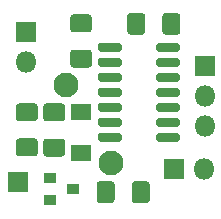
<source format=gts>
G04 #@! TF.GenerationSoftware,KiCad,Pcbnew,(5.1.6)-1*
G04 #@! TF.CreationDate,2021-07-12T15:37:42+03:00*
G04 #@! TF.ProjectId,detector,64657465-6374-46f7-922e-6b696361645f,rev?*
G04 #@! TF.SameCoordinates,Original*
G04 #@! TF.FileFunction,Soldermask,Top*
G04 #@! TF.FilePolarity,Negative*
%FSLAX46Y46*%
G04 Gerber Fmt 4.6, Leading zero omitted, Abs format (unit mm)*
G04 Created by KiCad (PCBNEW (5.1.6)-1) date 2021-07-12 15:37:42*
%MOMM*%
%LPD*%
G01*
G04 APERTURE LIST*
%ADD10O,1.800000X1.800000*%
%ADD11R,1.800000X1.800000*%
%ADD12R,1.000000X0.900000*%
%ADD13R,1.800000X1.400000*%
%ADD14C,2.100000*%
G04 APERTURE END LIST*
G36*
G01*
X33750000Y-24965000D02*
X33750000Y-24615000D01*
G75*
G02*
X33925000Y-24440000I175000J0D01*
G01*
X35625000Y-24440000D01*
G75*
G02*
X35800000Y-24615000I0J-175000D01*
G01*
X35800000Y-24965000D01*
G75*
G02*
X35625000Y-25140000I-175000J0D01*
G01*
X33925000Y-25140000D01*
G75*
G02*
X33750000Y-24965000I0J175000D01*
G01*
G37*
G36*
G01*
X33750000Y-26235000D02*
X33750000Y-25885000D01*
G75*
G02*
X33925000Y-25710000I175000J0D01*
G01*
X35625000Y-25710000D01*
G75*
G02*
X35800000Y-25885000I0J-175000D01*
G01*
X35800000Y-26235000D01*
G75*
G02*
X35625000Y-26410000I-175000J0D01*
G01*
X33925000Y-26410000D01*
G75*
G02*
X33750000Y-26235000I0J175000D01*
G01*
G37*
G36*
G01*
X33750000Y-27505000D02*
X33750000Y-27155000D01*
G75*
G02*
X33925000Y-26980000I175000J0D01*
G01*
X35625000Y-26980000D01*
G75*
G02*
X35800000Y-27155000I0J-175000D01*
G01*
X35800000Y-27505000D01*
G75*
G02*
X35625000Y-27680000I-175000J0D01*
G01*
X33925000Y-27680000D01*
G75*
G02*
X33750000Y-27505000I0J175000D01*
G01*
G37*
G36*
G01*
X33750000Y-28775000D02*
X33750000Y-28425000D01*
G75*
G02*
X33925000Y-28250000I175000J0D01*
G01*
X35625000Y-28250000D01*
G75*
G02*
X35800000Y-28425000I0J-175000D01*
G01*
X35800000Y-28775000D01*
G75*
G02*
X35625000Y-28950000I-175000J0D01*
G01*
X33925000Y-28950000D01*
G75*
G02*
X33750000Y-28775000I0J175000D01*
G01*
G37*
G36*
G01*
X33750000Y-30045000D02*
X33750000Y-29695000D01*
G75*
G02*
X33925000Y-29520000I175000J0D01*
G01*
X35625000Y-29520000D01*
G75*
G02*
X35800000Y-29695000I0J-175000D01*
G01*
X35800000Y-30045000D01*
G75*
G02*
X35625000Y-30220000I-175000J0D01*
G01*
X33925000Y-30220000D01*
G75*
G02*
X33750000Y-30045000I0J175000D01*
G01*
G37*
G36*
G01*
X33750000Y-31315000D02*
X33750000Y-30965000D01*
G75*
G02*
X33925000Y-30790000I175000J0D01*
G01*
X35625000Y-30790000D01*
G75*
G02*
X35800000Y-30965000I0J-175000D01*
G01*
X35800000Y-31315000D01*
G75*
G02*
X35625000Y-31490000I-175000J0D01*
G01*
X33925000Y-31490000D01*
G75*
G02*
X33750000Y-31315000I0J175000D01*
G01*
G37*
G36*
G01*
X33750000Y-32585000D02*
X33750000Y-32235000D01*
G75*
G02*
X33925000Y-32060000I175000J0D01*
G01*
X35625000Y-32060000D01*
G75*
G02*
X35800000Y-32235000I0J-175000D01*
G01*
X35800000Y-32585000D01*
G75*
G02*
X35625000Y-32760000I-175000J0D01*
G01*
X33925000Y-32760000D01*
G75*
G02*
X33750000Y-32585000I0J175000D01*
G01*
G37*
G36*
G01*
X28800000Y-32585000D02*
X28800000Y-32235000D01*
G75*
G02*
X28975000Y-32060000I175000J0D01*
G01*
X30675000Y-32060000D01*
G75*
G02*
X30850000Y-32235000I0J-175000D01*
G01*
X30850000Y-32585000D01*
G75*
G02*
X30675000Y-32760000I-175000J0D01*
G01*
X28975000Y-32760000D01*
G75*
G02*
X28800000Y-32585000I0J175000D01*
G01*
G37*
G36*
G01*
X28800000Y-31315000D02*
X28800000Y-30965000D01*
G75*
G02*
X28975000Y-30790000I175000J0D01*
G01*
X30675000Y-30790000D01*
G75*
G02*
X30850000Y-30965000I0J-175000D01*
G01*
X30850000Y-31315000D01*
G75*
G02*
X30675000Y-31490000I-175000J0D01*
G01*
X28975000Y-31490000D01*
G75*
G02*
X28800000Y-31315000I0J175000D01*
G01*
G37*
G36*
G01*
X28800000Y-30045000D02*
X28800000Y-29695000D01*
G75*
G02*
X28975000Y-29520000I175000J0D01*
G01*
X30675000Y-29520000D01*
G75*
G02*
X30850000Y-29695000I0J-175000D01*
G01*
X30850000Y-30045000D01*
G75*
G02*
X30675000Y-30220000I-175000J0D01*
G01*
X28975000Y-30220000D01*
G75*
G02*
X28800000Y-30045000I0J175000D01*
G01*
G37*
G36*
G01*
X28800000Y-28775000D02*
X28800000Y-28425000D01*
G75*
G02*
X28975000Y-28250000I175000J0D01*
G01*
X30675000Y-28250000D01*
G75*
G02*
X30850000Y-28425000I0J-175000D01*
G01*
X30850000Y-28775000D01*
G75*
G02*
X30675000Y-28950000I-175000J0D01*
G01*
X28975000Y-28950000D01*
G75*
G02*
X28800000Y-28775000I0J175000D01*
G01*
G37*
G36*
G01*
X28800000Y-27505000D02*
X28800000Y-27155000D01*
G75*
G02*
X28975000Y-26980000I175000J0D01*
G01*
X30675000Y-26980000D01*
G75*
G02*
X30850000Y-27155000I0J-175000D01*
G01*
X30850000Y-27505000D01*
G75*
G02*
X30675000Y-27680000I-175000J0D01*
G01*
X28975000Y-27680000D01*
G75*
G02*
X28800000Y-27505000I0J175000D01*
G01*
G37*
G36*
G01*
X28800000Y-26235000D02*
X28800000Y-25885000D01*
G75*
G02*
X28975000Y-25710000I175000J0D01*
G01*
X30675000Y-25710000D01*
G75*
G02*
X30850000Y-25885000I0J-175000D01*
G01*
X30850000Y-26235000D01*
G75*
G02*
X30675000Y-26410000I-175000J0D01*
G01*
X28975000Y-26410000D01*
G75*
G02*
X28800000Y-26235000I0J175000D01*
G01*
G37*
G36*
G01*
X28800000Y-24965000D02*
X28800000Y-24615000D01*
G75*
G02*
X28975000Y-24440000I175000J0D01*
G01*
X30675000Y-24440000D01*
G75*
G02*
X30850000Y-24615000I0J-175000D01*
G01*
X30850000Y-24965000D01*
G75*
G02*
X30675000Y-25140000I-175000J0D01*
G01*
X28975000Y-25140000D01*
G75*
G02*
X28800000Y-24965000I0J175000D01*
G01*
G37*
D10*
X37900000Y-31430000D03*
X37900000Y-28890000D03*
D11*
X37900000Y-26350000D03*
D12*
X26750000Y-36800000D03*
X24750000Y-37750000D03*
X24750000Y-35850000D03*
D10*
X22710000Y-26030000D03*
D11*
X22710000Y-23490000D03*
G36*
G01*
X30245000Y-36392544D02*
X30245000Y-37707456D01*
G75*
G02*
X29977456Y-37975000I-267544J0D01*
G01*
X28987544Y-37975000D01*
G75*
G02*
X28720000Y-37707456I0J267544D01*
G01*
X28720000Y-36392544D01*
G75*
G02*
X28987544Y-36125000I267544J0D01*
G01*
X29977456Y-36125000D01*
G75*
G02*
X30245000Y-36392544I0J-267544D01*
G01*
G37*
G36*
G01*
X33220000Y-36392544D02*
X33220000Y-37707456D01*
G75*
G02*
X32952456Y-37975000I-267544J0D01*
G01*
X31962544Y-37975000D01*
G75*
G02*
X31695000Y-37707456I0J267544D01*
G01*
X31695000Y-36392544D01*
G75*
G02*
X31962544Y-36125000I267544J0D01*
G01*
X32952456Y-36125000D01*
G75*
G02*
X33220000Y-36392544I0J-267544D01*
G01*
G37*
X22100000Y-36210000D03*
D13*
X27410000Y-33750000D03*
X27410000Y-30250000D03*
G36*
G01*
X34285000Y-23457456D02*
X34285000Y-22142544D01*
G75*
G02*
X34552544Y-21875000I267544J0D01*
G01*
X35542456Y-21875000D01*
G75*
G02*
X35810000Y-22142544I0J-267544D01*
G01*
X35810000Y-23457456D01*
G75*
G02*
X35542456Y-23725000I-267544J0D01*
G01*
X34552544Y-23725000D01*
G75*
G02*
X34285000Y-23457456I0J267544D01*
G01*
G37*
G36*
G01*
X31310000Y-23457456D02*
X31310000Y-22142544D01*
G75*
G02*
X31577544Y-21875000I267544J0D01*
G01*
X32567456Y-21875000D01*
G75*
G02*
X32835000Y-22142544I0J-267544D01*
G01*
X32835000Y-23457456D01*
G75*
G02*
X32567456Y-23725000I-267544J0D01*
G01*
X31577544Y-23725000D01*
G75*
G02*
X31310000Y-23457456I0J267544D01*
G01*
G37*
G36*
G01*
X24462544Y-32505000D02*
X25777456Y-32505000D01*
G75*
G02*
X26045000Y-32772544I0J-267544D01*
G01*
X26045000Y-33762456D01*
G75*
G02*
X25777456Y-34030000I-267544J0D01*
G01*
X24462544Y-34030000D01*
G75*
G02*
X24195000Y-33762456I0J267544D01*
G01*
X24195000Y-32772544D01*
G75*
G02*
X24462544Y-32505000I267544J0D01*
G01*
G37*
G36*
G01*
X24462544Y-29530000D02*
X25777456Y-29530000D01*
G75*
G02*
X26045000Y-29797544I0J-267544D01*
G01*
X26045000Y-30787456D01*
G75*
G02*
X25777456Y-31055000I-267544J0D01*
G01*
X24462544Y-31055000D01*
G75*
G02*
X24195000Y-30787456I0J267544D01*
G01*
X24195000Y-29797544D01*
G75*
G02*
X24462544Y-29530000I267544J0D01*
G01*
G37*
G36*
G01*
X28057456Y-23525000D02*
X26742544Y-23525000D01*
G75*
G02*
X26475000Y-23257456I0J267544D01*
G01*
X26475000Y-22267544D01*
G75*
G02*
X26742544Y-22000000I267544J0D01*
G01*
X28057456Y-22000000D01*
G75*
G02*
X28325000Y-22267544I0J-267544D01*
G01*
X28325000Y-23257456D01*
G75*
G02*
X28057456Y-23525000I-267544J0D01*
G01*
G37*
G36*
G01*
X28057456Y-26500000D02*
X26742544Y-26500000D01*
G75*
G02*
X26475000Y-26232456I0J267544D01*
G01*
X26475000Y-25242544D01*
G75*
G02*
X26742544Y-24975000I267544J0D01*
G01*
X28057456Y-24975000D01*
G75*
G02*
X28325000Y-25242544I0J-267544D01*
G01*
X28325000Y-26232456D01*
G75*
G02*
X28057456Y-26500000I-267544J0D01*
G01*
G37*
D10*
X37820000Y-35050000D03*
D11*
X35280000Y-35050000D03*
G36*
G01*
X22152544Y-32495000D02*
X23467456Y-32495000D01*
G75*
G02*
X23735000Y-32762544I0J-267544D01*
G01*
X23735000Y-33752456D01*
G75*
G02*
X23467456Y-34020000I-267544J0D01*
G01*
X22152544Y-34020000D01*
G75*
G02*
X21885000Y-33752456I0J267544D01*
G01*
X21885000Y-32762544D01*
G75*
G02*
X22152544Y-32495000I267544J0D01*
G01*
G37*
G36*
G01*
X22152544Y-29520000D02*
X23467456Y-29520000D01*
G75*
G02*
X23735000Y-29787544I0J-267544D01*
G01*
X23735000Y-30777456D01*
G75*
G02*
X23467456Y-31045000I-267544J0D01*
G01*
X22152544Y-31045000D01*
G75*
G02*
X21885000Y-30777456I0J267544D01*
G01*
X21885000Y-29787544D01*
G75*
G02*
X22152544Y-29520000I267544J0D01*
G01*
G37*
D14*
X26160000Y-27988207D03*
X29960000Y-34570000D03*
M02*

</source>
